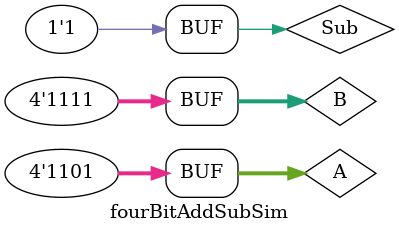
<source format=v>
module fourBitAddSubSim( );

    reg [3:0] A;
    reg [3:0] B;
    reg Sub;
    wire [4:0]Sum;
    
    fiveBitAddSub UUT(.A(A), .B(B), .Sub(Sub), .Sum(Sum));
    
    initial begin
        Sub=0;
        A=4'b0011;
        B=4'b0100;
        #10;
        B=4'b0110;
        #10;
        B=4'b1100;
        #10;
        
        A=4'b1101;
        B=4'b0011;
        #10;
        B=4'b1000;
        #10;
        B=4'b1111;
        #10;
        
        Sub=1;
        A=4'b0011;
        B=4'b0100;
        #10;
        B=4'b0110;
        #10;
        B=4'b1100;
        #10;
        
        A=4'b1101;
        B=4'b0011;
        #10;
        B=4'b1000;
        #10;
        B=4'b1111;
        #10;

        
    end
endmodule

</source>
